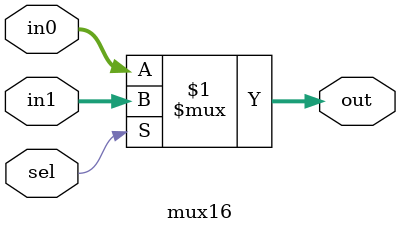
<source format=v>
`timescale 1ns / 1ps
module virtual_fabric(clk,rst,en,data_in,data_out,
							 dsp_config0,dsp_config1,dsp_config2,dsp_config3,
							 dsp_config0_d,dsp_config1_d,dsp_config2_d,dsp_config3_d,
							 dsp_config0_pb,dsp_config1_pb,dsp_config2_pb,dsp_config3_pb,
							 cb_config0_ws,cb_config0_en,
							 cb_config1_ws,cb_config1_en,
							 cb_config2_ws,cb_config2_en,
							 cb_config3_ws,cb_config3_en,
							 cb_config4_ws,cb_config4_en							 
							 );

input clk;
input rst;
input en;
input[31:0] data_in;
input[31:0] dsp_config0;
input[31:0] dsp_config1;
input[31:0] dsp_config2;
input[31:0] dsp_config3;
input[31:0] dsp_config0_d;
input[31:0] dsp_config1_d;
input[31:0] dsp_config2_d;
input[31:0] dsp_config3_d;
input[31:0] dsp_config0_pb;
input[31:0] dsp_config1_pb;
input[31:0] dsp_config2_pb;
input[31:0] dsp_config3_pb;
input[31:0] cb_config0_ws;
input[31:0] cb_config0_en;
input[31:0] cb_config1_ws;
input[31:0] cb_config1_en;
input[31:0] cb_config2_ws;
input[31:0] cb_config2_en;
input[31:0] cb_config3_ws;
input[31:0] cb_config3_en;
input[31:0] cb_config4_ws;
input[31:0] cb_config4_en;

output [31:0] data_out;

wire[31:0] data_valid;
wire[15:0] coeff_valid0;
wire[15:0] coeff_valid1;
wire[15:0] coeff_valid2;
wire[15:0] coeff_valid3;


wire[3:0] alumode=dsp_config0[31:28];
wire[4:0] inmode=dsp_config0[27:23];
wire[6:0] opmode=dsp_config0[22:16];
wire[1:0] dir_sel=dsp_config0[15:14];
wire dsel=dsp_config0[13];
wire psel=dsp_config0[12];
wire bsel=dsp_config0[11];




wire[3:0] alumode1=dsp_config1[31:28];
wire[4:0] inmode1=dsp_config1[27:23];
wire[6:0] opmode1=dsp_config1[22:16];
wire[1:0] dir_sel1=dsp_config1[15:14];
wire dsel1=dsp_config1[13];
wire psel1=dsp_config1[12];
wire bsel1=dsp_config1[11];

wire[3:0] alumode2=dsp_config2[31:28];
wire[4:0] inmode2=dsp_config2[27:23];
wire[6:0] opmode2=dsp_config2[22:16];
wire[1:0] dir_sel2=dsp_config2[15:14];
wire dsel2=dsp_config2[13];
wire psel2=dsp_config2[12];
wire bsel2=dsp_config2[11];

wire[3:0] alumode3=dsp_config3[31:28];
wire[4:0] inmode3=dsp_config3[27:23];
wire[6:0] opmode3=dsp_config3[22:16];
wire[1:0] dir_sel3=dsp_config3[15:14];
wire dsel3=dsp_config3[13];
wire psel3=dsp_config3[12];
wire bsel3=dsp_config3[11];

wire[15:0] coeff0=dsp_config0_d[15:0];		//d_im0
wire[15:0] coeff1=dsp_config1_d[15:0];		//d_im1
wire[15:0] coeff2=dsp_config2_d[15:0];		//d_im2
wire[15:0] coeff3=dsp_config3_d[15:0];		//d_im3


wire[15:0] p_im0=dsp_config0_pb[31:16];
wire[15:0] p_im1=dsp_config1_pb[31:16];
wire[15:0] p_im2=dsp_config2_pb[31:16];
wire[15:0] p_im3=dsp_config3_pb[31:16];

wire[15:0] b_im0=dsp_config0_pb[15:0];
wire[15:0] b_im1=dsp_config1_pb[15:0];
wire[15:0] b_im2=dsp_config2_pb[15:0];
wire[15:0] b_im3=dsp_config3_pb[15:0];

assign data_valid = (en) ? data_in : 32'd0;
assign coeff_valid0 = (en) ? coeff0 : 16'd0;
assign coeff_valid1 = (en) ? coeff1 : 16'd0;
assign coeff_valid2 = (en) ? coeff2 : 16'd0;
assign coeff_valid3 = (en) ? coeff3 : 16'd0;


wire[47:0] dpb1,dpb2,dpb3,dpb4,dpb5,dpb6,dpb7,dpb8,dpb9;

CB c0(
		.w_b_in(data_valid[15:0]),
		.w_d_in(16'd0),
		.w_p_in(data_valid[31:16]),
		.e_b_out(dpb1[15:0]),
		.e_d_out(dpb1[47:32]),
		.e_p_out(dpb1[31:16]),
		.e_b_mux(cb_config0_en[23:20]),
		.e_d_mux(cb_config0_en[19:16]),
		.e_p_mux(cb_config0_en[15:12]),
		.n_b_mux(cb_config0_en[11:8]),
		.n_d_mux(cb_config0_en[7:4]),
		.n_p_mux(cb_config0_en[3:0])		
		);

pe_single_cycle_latency p0(
		.clk(clk),
		.rst(rst),
		.en(en),

		.d_im(coeff_valid0),
		.p_im(p_im0),
		.b_im(b_im0),
		
		.w_in(dpb1),
		.e_out(dpb2),

		.alumode(alumode),
		.inmode(inmode),
		.opmode(opmode),
		.sel(dir_sel),
		.dsel(dsel),
		.psel(psel),
		.bsel(bsel)
		);	

CB c1(
		.w_b_in(dpb2[15:0]),
		.w_d_in(dpb2[47:32]),
		.w_p_in(dpb2[31:16]),
		.e_b_out(dpb3[15:0]),
		.e_d_out(dpb3[47:32]),
		.e_p_out(dpb3[31:16]),
		.e_b_mux(cb_config1_en[23:20]),
		.e_d_mux(cb_config1_en[19:16]),
		.e_p_mux(cb_config1_en[15:12]),
		.n_b_mux(cb_config1_en[11:8]),
		.n_d_mux(cb_config1_en[7:4]),
		.n_p_mux(cb_config1_en[3:0])		
		);
	
pe_single_cycle_latency p1(
		.clk(clk),
		.rst(rst),
		.en(en),
		
		.d_im(coeff_valid1),		
		.p_im(p_im1),
		.b_im(b_im1),
		
		.w_in(dpb3),
		.e_out(dpb4),
		
		.alumode(alumode1),
		.inmode(inmode1),
		.opmode(opmode1),
		.sel(dir_sel1),		
		.dsel(dsel1),
		.psel(psel1),
		.bsel(bsel1)
		);	

CB c2(
		.w_b_in(dpb4[15:0]),
		.w_d_in(dpb4[47:32]),
		.w_p_in(dpb4[31:16]),
		.s_b_out(dpb5[15:0]),
		.s_d_out(dpb5[47:32]),
		.s_p_out(dpb5[31:16]),
	   .w_b_mux(cb_config2_ws[23:20]),
		.w_d_mux(cb_config2_ws[19:16]),
		.w_p_mux(cb_config2_ws[15:12]),
		.s_b_mux(cb_config2_ws[11:8]),
		.s_d_mux(cb_config2_ws[7:4]),
		.s_p_mux(cb_config2_ws[3:0]),
		.e_b_mux(cb_config2_en[23:20]),
		.e_d_mux(cb_config2_en[19:16]),
		.e_p_mux(cb_config2_en[15:12]),
		.n_b_mux(cb_config2_en[11:8]),
		.n_d_mux(cb_config2_en[7:4]),
		.n_p_mux(cb_config2_en[3:0])		
		);
		
pe_single_cycle_latency p2(
		.clk(clk),
		.rst(rst),
		.en(en),
		
		.d_im(coeff_valid2),		
		.p_im(p_im2),
		.b_im(b_im2),
		
		.n_in(dpb5),
		.w_out(dpb6),
		
		.alumode(alumode2),
		.inmode(inmode2),
		.opmode(opmode2),
		.sel(dir_sel2),		
		.dsel(dsel2),
		.psel(psel2),
		.bsel(bsel2)
		);	

CB c3(
		.e_b_in(dpb6[15:0]),
		.e_d_in(dpb6[47:32]),
		.e_p_in(dpb6[31:16]),
		.w_b_out(dpb7[15:0]),
		.w_d_out(dpb7[47:32]),
		.w_p_out(dpb7[31:16]),
		.w_b_mux(cb_config3_ws[23:20]),
		.w_d_mux(cb_config3_ws[19:16]),
		.w_p_mux(cb_config3_ws[15:12]),
		.s_b_mux(cb_config3_ws[11:8]),
		.s_d_mux(cb_config3_ws[7:4]),
		.s_p_mux(cb_config3_ws[3:0]),
		.e_b_mux(cb_config3_en[23:20]),
		.e_d_mux(cb_config3_en[19:16]),
		.e_p_mux(cb_config3_en[15:12]),
		.n_b_mux(cb_config3_en[11:8]),
		.n_d_mux(cb_config3_en[7:4]),
		.n_p_mux(cb_config3_en[3:0])		
		);
		
pe_single_cycle_latency p3(
		.clk(clk),
		.rst(rst),
		.en(en),
		
		.d_im(coeff_valid3),		
		.p_im(p_im3),
		.b_im(b_im3),
		
		.e_in(dpb7),
		.w_out(dpb8),
		
		.alumode(alumode3),
		.inmode(inmode3),
		.opmode(opmode3),
		.sel(dir_sel3),		
		.dsel(dsel3),
		.psel(psel3),
		.bsel(bsel3)
		);	
CB c4(
		.e_b_in(dpb8[15:0]),
		.e_d_in(dpb8[47:32]),
		.e_p_in(dpb8[31:16]),
		.w_b_out(dpb9[15:0]),
		.w_d_out(dpb9[47:32]),
		.w_p_out(dpb9[31:16]),
		.w_b_mux(cb_config4_ws[23:20]),
		.w_d_mux(cb_config4_ws[19:16]),
		.w_p_mux(cb_config4_ws[15:12]),
		.s_b_mux(cb_config4_ws[11:8]),
		.s_d_mux(cb_config4_ws[7:4]),
		.s_p_mux(cb_config4_ws[3:0]),
		.e_b_mux(cb_config4_en[23:20]),
		.e_d_mux(cb_config4_en[19:16]),
		.e_p_mux(cb_config4_en[15:12]),
		.n_b_mux(cb_config4_en[11:8]),
		.n_d_mux(cb_config4_en[7:4]),
		.n_p_mux(cb_config4_en[3:0])		
		);		
		
		
assign data_out=dpb9[31:0];

endmodule


module CB(w_b_in, w_d_in, w_p_in, s_b_in, s_d_in, s_p_in, e_b_in, e_d_in, e_p_in, n_b_in, n_d_in, n_p_in,
			  w_b_out, w_d_out, w_p_out, s_b_out, s_d_out, s_p_out, e_b_out, e_d_out, e_p_out, n_b_out, n_d_out, n_p_out,
			  w_b_mux, w_d_mux, w_p_mux, s_b_mux, s_d_mux, s_p_mux, e_b_mux, e_d_mux, e_p_mux, n_b_mux, n_d_mux, n_p_mux
			 );	 

input [15:0] w_b_in, w_d_in, w_p_in;
input [15:0] s_b_in, s_d_in, s_p_in;
input [15:0] e_b_in, e_d_in, e_p_in;
input [15:0] n_b_in, n_d_in, n_p_in;

input [3:0] w_b_mux, w_d_mux, w_p_mux;
input [3:0] s_b_mux, s_d_mux, s_p_mux;
input [3:0] e_b_mux, e_d_mux, e_p_mux;
input [3:0] n_b_mux, n_d_mux, n_p_mux;

output[15:0] w_b_out, w_d_out, w_p_out;
output[15:0] s_b_out, s_d_out, s_p_out;
output[15:0] e_b_out, e_d_out, e_p_out;
output[15:0] n_b_out, n_d_out, n_p_out;

mux wbmux( w_b_in, w_d_in, w_p_in, n_b_in, n_d_in, n_p_in, e_b_in, e_d_in, e_p_in, s_b_in, s_d_in, s_p_in, w_b_out, w_b_mux);
mux wdmux( w_b_in, w_d_in, w_p_in, n_b_in, n_d_in, n_p_in, e_b_in, e_d_in, e_p_in, s_b_in, s_d_in, s_p_in, w_d_out, w_d_mux);
mux wpmux( w_b_in, w_d_in, w_p_in, n_b_in, n_d_in, n_p_in, e_b_in, e_d_in, e_p_in, s_b_in, s_d_in, s_p_in, w_p_out, w_p_mux);

mux sbmux( s_b_in, s_d_in, s_p_in, w_b_in, w_d_in, w_p_in, n_b_in, n_d_in, n_p_in, e_b_in, e_d_in, e_p_in, s_b_out, s_b_mux);
mux sdmux( s_b_in, s_d_in, s_p_in, w_b_in, w_d_in, w_p_in, n_b_in, n_d_in, n_p_in, e_b_in, e_d_in, e_p_in, s_d_out, s_d_mux);
mux spmux( s_b_in, s_d_in, s_p_in, w_b_in, w_d_in, w_p_in, n_b_in, n_d_in, n_p_in, e_b_in, e_d_in, e_p_in, s_p_out, s_p_mux);

mux ebmux( e_b_in, e_d_in, e_p_in,  s_b_in, s_d_in, s_p_in, w_b_in, w_d_in, w_p_in, n_b_in, n_d_in, n_p_in, e_b_out, e_b_mux);
mux edmux( e_b_in, e_d_in, e_p_in,  s_b_in, s_d_in, s_p_in, w_b_in, w_d_in, w_p_in, n_b_in, n_d_in, n_p_in, e_d_out, e_d_mux);
mux epmux( e_b_in, e_d_in, e_p_in,  s_b_in, s_d_in, s_p_in, w_b_in, w_d_in, w_p_in, n_b_in, n_d_in, n_p_in, e_p_out, e_p_mux);

mux nbmux( n_b_in, n_d_in, n_p_in,  e_b_in, e_d_in, e_p_in, s_b_in, s_d_in, s_p_in, w_b_in, w_d_in, w_p_in, n_b_out, n_b_mux);
mux ndmux( n_b_in, n_d_in, n_p_in,  e_b_in, e_d_in, e_p_in, s_b_in, s_d_in, s_p_in, w_b_in, w_d_in, w_p_in, n_d_out, n_d_mux);
mux npmux( n_b_in, n_d_in, n_p_in,  e_b_in, e_d_in, e_p_in, s_b_in, s_d_in, s_p_in, w_b_in, w_d_in, w_p_in, n_p_out, n_p_mux);

endmodule

module mux(in0,in1,in2,in3,in4,in5,in6,in7,in8,in9,in10,in11,out,sel);
input[15:0] in0,in1,in2,in3,in4,in5,in6,in7,in8,in9,in10,in11;
output reg[15:0] out;
input[3:0] sel;

always @(*)
      case (sel)
		   4'b0000: out = in0;
			4'b0001: out = in1;
			4'b0010: out = in2;
			4'b0011: out = in3;
			4'b0100: out = in4;
			4'b0101: out = in5;
			4'b0110: out = in6;
			4'b0111: out = in7;
			4'b1000: out = in8;
			4'b1001: out = in9;
			4'b1010: out = in10;
			4'b1011: out = in11;
			default: out = 16'hzzzz;
      endcase
endmodule


module pe_single_cycle_latency(clk,rst,en,
										 w_in,s_in,e_in,n_in,
										 w_out,s_out,e_out,n_out,
										 d_im,p_im,b_im,alumode,inmode,opmode,
										 sel,dsel,psel,bsel);
input clk;  
input rst;
input en;
input [47:0] w_in,s_in,e_in,n_in;
output[47:0] w_out,s_out,e_out,n_out;
input[15:0] d_im;
input[15:0] p_im;
input[15:0] b_im; 
input[3:0] alumode;
input[4:0] inmode;
input[6:0] opmode;
input[1:0] sel;
input dsel;
input psel;
input bsel;

wire[15:0] d_in;
wire[15:0] p_in;
wire[15:0] b_in;

wire[15:0] d;
wire[15:0] p;
wire[15:0] b;

wire[15:0] p_d;
wire[47:0] p_d_dsp;

reg[15:0] b_d1;
reg[15:0] b_d2;
reg[15:0] d_d1;

mux48 dspmux(e_in,s_in,w_in,n_in,{d_in,p_in,b_in},sel);

mux16 dmux(d_in,d_im,d,dsel);
mux16 pmux(p_in,p_im,p,psel);
mux16 bmux(b_in,b_im,b,bsel);

assign p_d=p_d_dsp[15:0];
assign w_out={d_d1,p_d,b_d2};
assign s_out={d_d1,p_d,b_d2};
assign e_out={d_d1,p_d,b_d2};
assign n_out={d_d1,p_d,b_d2};

always@(posedge clk)
begin	
	if(rst)
	begin
		b_d1<=16'd0;
		b_d2<=16'd0;
		d_d1<=16'd0;
	end	
	else if(en)
	begin
		b_d1<=b;
		b_d2<=b_d1;
		d_d1<=d;
	end		
	else
	begin
		b_d1<=b_d1;
		b_d2<=b_d2;
		d_d1<=d_d1;
	end
end		
	// DSP48E1: 48-bit Multi-Functional Arithmetic Block Artix-7
   DSP48E1 #(
      // Feature Control Attributes: Data Path Selection
      .A_INPUT("DIRECT"),               // Selects A input source, "DIRECT" (A port) or "CASCADE" (ACIN port)
      .B_INPUT("DIRECT"),               // Selects B input source, "DIRECT" (B port) or "CASCADE" (BCIN port)
      .USE_DPORT("TRUE"),              // Select D port usage (TRUE or FALSE)
      .USE_MULT("MULTIPLY"),            // Select multiplier usage ("MULTIPLY", "DYNAMIC", or "NONE")
      // Pattern Detector Attributes: Pattern Detection Configuration
      .AUTORESET_PATDET("NO_RESET"),    // "NO_RESET", "RESET_MATCH", "RESET_NOT_MATCH" 
      .MASK(48'h3fffffffffff),          // 48-bit mask value for pattern detect (1=ignore)
      .PATTERN(48'h000000000000),       // 48-bit pattern match for pattern detect
      .SEL_MASK("MASK"),                // "C", "MASK", "ROUNDING_MODE1", "ROUNDING_MODE2" 
      .SEL_PATTERN("PATTERN"),          // Select pattern value ("PATTERN" or "C")
      .USE_PATTERN_DETECT("NO_PATDET"), // Enable pattern detect ("PATDET" or "NO_PATDET")
      // Register Control Attributes: Pipeline Register Configuration
      .ACASCREG(0),                     // Number of pipeline stages between A/ACIN and ACOUT (0, 1 or 2)
      .ADREG(0),                        // Number of pipeline stages for pre-adder (0 or 1)
      .ALUMODEREG(0),                   // Number of pipeline stages for ALUMODE (0 or 1)
      .AREG(0),                         // Number of pipeline stages for A (0, 1 or 2)
      .BCASCREG(1),                     // Number of pipeline stages between B/BCIN and BCOUT (0, 1 or 2)
      .BREG(1),                         // Number of pipeline stages for B (0, 1 or 2)
      .CARRYINREG(0),                   // Number of pipeline stages for CARRYIN (0 or 1)
      .CARRYINSELREG(0),                // Number of pipeline stages for CARRYINSEL (0 or 1)
      .CREG(0),                         // Number of pipeline stages for C (0 or 1)
      .DREG(1),                         // Number of pipeline stages for D (0 or 1)
      .INMODEREG(0),                    // Number of pipeline stages for INMODE (0 or 1)
      .MREG(0),                         // Number of multiplier pipeline stages (0 or 1)
      .OPMODEREG(0),                    // Number of pipeline stages for OPMODE (0 or 1)
      .PREG(1),                         // Number of pipeline stages for P (0 or 1)
      .USE_SIMD("ONE48")                // SIMD selection ("ONE48", "TWO24", "FOUR12")
   )
   DSP48E1_inst (      
		.CLK(clk),                        // 1-bit input: Clock input
      .P(p_d_dsp),                      // 48-bit output: Primary data output.
		.B({{2{b[15]}},b}),               // 18-bit input: B data input
		.D({{9{d[15]}},d}),               // 25-bit input: D data input
		.C({{32{p[15]}},p}),          	 // 48-bit input: C data input
      .ALUMODE(alumode),                // 4-bit input: ALU control input   
      .INMODE(inmode),                  // 5-bit input: INMODE control input
      .OPMODE(opmode),                  // 7-bit input: Operation mode input    
      
		.CARRYINSEL(3'b000),         	    // 3-bit input: Carry select input
      .CARRYIN(1'b0),                   // 1-bit input: Carry input signal		
		.CEB2(en),                        // 1-bit input: Clock enable input for 2nd stage BREG
      .CED(en),                         // 1-bit input: Clock enable input for DREG
      .CEP(en),                         // 1-bit input: Clock enable input for PREG       
		.RSTB(rst),                       // 1-bit input: Reset input for BREG
      .RSTD(rst),                       // 1-bit input: Reset input for DREG and ADREG
      .RSTP(rst)                        // 1-bit input: Reset input for PREG
   );
endmodule

module mux48(in0,in1,in2,in3,out,sel);
input[47:0] in0,in1,in2,in3;
output reg[47:0] out;
input[1:0] sel;
always @(*)
      case (sel)
         2'b00: out = in0;
			2'b01: out = in1;
			2'b10: out = in2;
			2'b11: out = in3;
      endcase
endmodule

module mux16(in0,in1,out,sel);
input[15:0] in0,in1;
output[15:0] out;
input sel; 
assign out = (sel) ? in1 : in0;
endmodule
</source>
